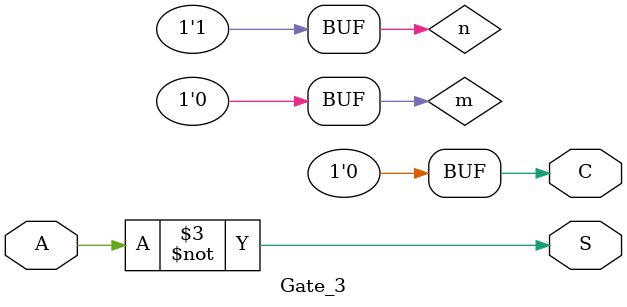
<source format=v>
module Gate_3(
    input A,
    output S,
    output C
);

    wire n = 1'b1;
    wire m = 1'b0;

    assign S = A ^ n;
    assign C = A & m;

endmodule
</source>
